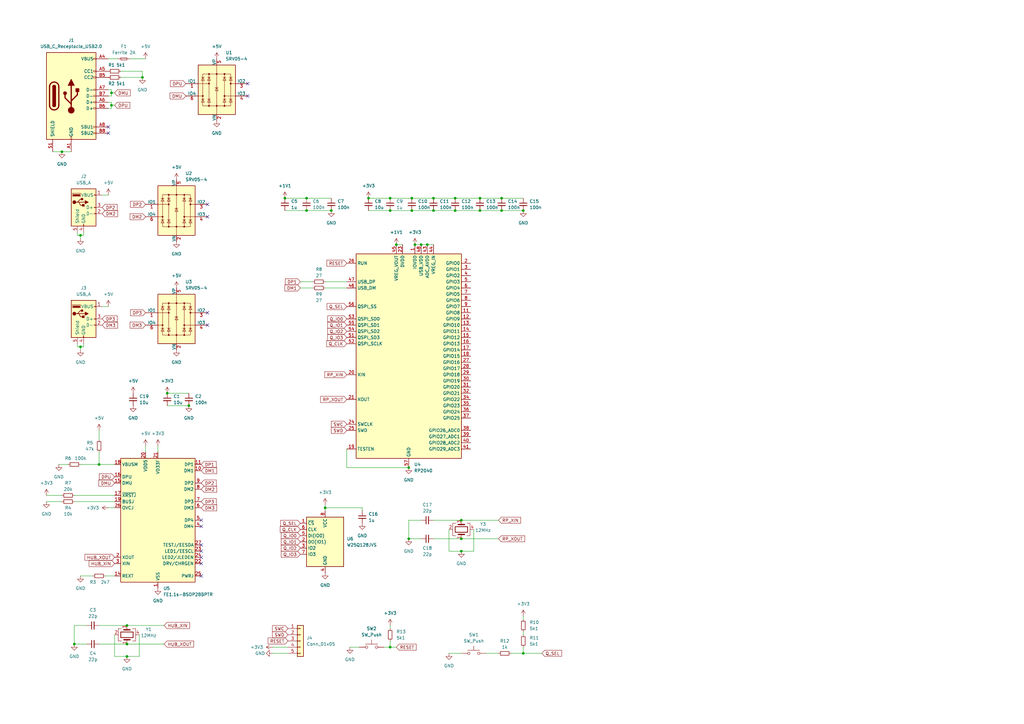
<source format=kicad_sch>
(kicad_sch (version 20230121) (generator eeschema)
  (paper "A3")
  (lib_symbols
    (symbol "Connector:USB_A" (pin_names (offset 1.016))
      (property "Reference" "J" (at -5.08 11.43 0))
      (property "Value" "USB_A" (at -5.08 8.89 0))
      (symbol "USB_A_0_1"
        (rectangle (start -5.08 -7.62) (end 5.08 7.62) (stroke (width 0.254)) (fill (type background)))
        (circle (center -3.81 2.159) (radius 0.635) (stroke (width 0.254)) (fill (type outline)))
        (rectangle (start -1.524 4.826) (end -4.318 5.334) (fill (type outline)))
        (rectangle (start -1.27 4.572) (end -4.572 5.842))
        (circle (center -0.635 3.429) (radius 0.381) (stroke (width 0.254)) (fill (type outline)))
        (rectangle (start -0.127 -7.62) (end 0.127 -6.858))
        (polyline (pts (xy -3.175 2.159) (xy -2.54 2.159) (xy -1.27 3.429) (xy -0.635 3.429)) (stroke (width 0.254)))
        (polyline (pts (xy -2.54 2.159) (xy -1.905 2.159) (xy -1.27 0.889) (xy 0 0.889)) (stroke (width 0.254)))
        (polyline (pts (xy 0.635 2.794) (xy 0.635 1.524) (xy 1.905 2.159) (xy 0.635 2.794)) (stroke (width 0.254)) (fill (type outline)))
        (rectangle (start 0.254 1.27) (end -0.508 0.508) (stroke (width 0.254)) (fill (type outline)))
        (rectangle (start 5.08 -2.667) (end 4.318 -2.413))
        (rectangle (start 5.08 -0.127) (end 4.318 0.127))
        (rectangle (start 5.08 4.953) (end 4.318 5.207))
      )
      (symbol "USB_A_1_1"
        (polyline (pts (xy -1.905 2.159) (xy 0.635 2.159)) (stroke (width 0.254)))
        (pin power_in line (at 7.62 5.08 180) (length 2.54) (name "VBUS") (number "1"))
        (pin bidirectional line (at 7.62 -2.54 180) (length 2.54) (name "D-") (number "2"))
        (pin bidirectional line (at 7.62 0 180) (length 2.54) (name "D+") (number "3"))
        (pin power_in line (at 0 -10.16 90) (length 2.54) (name "GND") (number "4"))
        (pin passive line (at -2.54 -10.16 90) (length 2.54) (name "Shield") (number "5"))
      )
    )
    (symbol "Connector:USB_C_Receptacle_USB2.0" (pin_names (offset 1.016))
      (property "Reference" "J" (at -10.16 19.05 0))
      (property "Value" "USB_C_Receptacle_USB2.0" (at 19.05 19.05 0))
      (symbol "USB_C_Receptacle_USB2.0_0_0"
        (rectangle (start -0.254 -17.78) (end 0.254 -16.764))
        (rectangle (start 10.16 -14.986) (end 9.144 -15.494))
        (rectangle (start 10.16 -12.446) (end 9.144 -12.954))
        (rectangle (start 10.16 -4.826) (end 9.144 -5.334))
        (rectangle (start 10.16 -2.286) (end 9.144 -2.794))
        (rectangle (start 10.16 0.254) (end 9.144 -0.254))
        (rectangle (start 10.16 2.794) (end 9.144 2.286))
        (rectangle (start 10.16 7.874) (end 9.144 7.366))
        (rectangle (start 10.16 10.414) (end 9.144 9.906))
        (rectangle (start 10.16 15.494) (end 9.144 14.986))
      )
      (symbol "USB_C_Receptacle_USB2.0_0_1"
        (rectangle (start -10.16 17.78) (end 10.16 -17.78) (stroke (width 0.254)) (fill (type background)))
        (arc (start -8.89 -3.81) (mid -6.985 -5.7067) (end -5.08 -3.81) (stroke (width 0.508)))
        (arc (start -7.62 -3.81) (mid -6.985 -4.4423) (end -6.35 -3.81) (stroke (width 0.254)))
        (arc (start -7.62 -3.81) (mid -6.985 -4.4423) (end -6.35 -3.81) (stroke (width 0.254)) (fill (type outline)))
        (rectangle (start -7.62 -3.81) (end -6.35 3.81) (stroke (width 0.254)) (fill (type outline)))
        (arc (start -6.35 3.81) (mid -6.985 4.4423) (end -7.62 3.81) (stroke (width 0.254)))
        (arc (start -6.35 3.81) (mid -6.985 4.4423) (end -7.62 3.81) (stroke (width 0.254)) (fill (type outline)))
        (arc (start -5.08 3.81) (mid -6.985 5.7067) (end -8.89 3.81) (stroke (width 0.508)))
        (circle (center -2.54 1.143) (radius 0.635) (stroke (width 0.254)) (fill (type outline)))
        (circle (center 0 -5.842) (radius 1.27) (fill (type outline)))
        (polyline (pts (xy -8.89 -3.81) (xy -8.89 3.81)) (stroke (width 0.508)))
        (polyline (pts (xy -5.08 3.81) (xy -5.08 -3.81)) (stroke (width 0.508)))
        (polyline (pts (xy 0 -5.842) (xy 0 4.318)) (stroke (width 0.508)))
        (polyline (pts (xy 0 -3.302) (xy -2.54 -0.762) (xy -2.54 0.508)) (stroke (width 0.508)))
        (polyline (pts (xy 0 -2.032) (xy 2.54 0.508) (xy 2.54 1.778)) (stroke (width 0.508)))
        (polyline (pts (xy -1.27 4.318) (xy 0 6.858) (xy 1.27 4.318) (xy -1.27 4.318)) (stroke (width 0.254)) (fill (type outline)))
        (rectangle (start 1.905 1.778) (end 3.175 3.048) (stroke (width 0.254)) (fill (type outline)))
      )
      (symbol "USB_C_Receptacle_USB2.0_1_1"
        (pin passive line (at 0 -22.86 90) (length 5.08) (name "GND") (number "A1"))
        (pin passive line (at 0 -22.86 90) (length 5.08) hide (name "GND") (number "A12"))
        (pin passive line (at 15.24 15.24 180) (length 5.08) (name "VBUS") (number "A4"))
        (pin bidirectional line (at 15.24 10.16 180) (length 5.08) (name "CC1") (number "A5"))
        (pin bidirectional line (at 15.24 -2.54 180) (length 5.08) (name "D+") (number "A6"))
        (pin bidirectional line (at 15.24 2.54 180) (length 5.08) (name "D-") (number "A7"))
        (pin bidirectional line (at 15.24 -12.7 180) (length 5.08) (name "SBU1") (number "A8"))
        (pin passive line (at 15.24 15.24 180) (length 5.08) hide (name "VBUS") (number "A9"))
        (pin passive line (at 0 -22.86 90) (length 5.08) hide (name "GND") (number "B1"))
        (pin passive line (at 0 -22.86 90) (length 5.08) hide (name "GND") (number "B12"))
        (pin passive line (at 15.24 15.24 180) (length 5.08) hide (name "VBUS") (number "B4"))
        (pin bidirectional line (at 15.24 7.62 180) (length 5.08) (name "CC2") (number "B5"))
        (pin bidirectional line (at 15.24 -5.08 180) (length 5.08) (name "D+") (number "B6"))
        (pin bidirectional line (at 15.24 0 180) (length 5.08) (name "D-") (number "B7"))
        (pin bidirectional line (at 15.24 -15.24 180) (length 5.08) (name "SBU2") (number "B8"))
        (pin passive line (at 15.24 15.24 180) (length 5.08) hide (name "VBUS") (number "B9"))
        (pin passive line (at -7.62 -22.86 90) (length 5.08) (name "SHIELD") (number "S1"))
      )
    )
    (symbol "Connector_Generic:Conn_01x05" (pin_names (offset 1.016) hide)
      (property "Reference" "J" (at 0 7.62 0))
      (property "Value" "Conn_01x05" (at 0 -7.62 0))
      (symbol "Conn_01x05_1_1"
        (rectangle (start -1.27 -4.953) (end 0 -5.207) (stroke (width 0.1524)))
        (rectangle (start -1.27 -2.413) (end 0 -2.667) (stroke (width 0.1524)))
        (rectangle (start -1.27 0.127) (end 0 -0.127) (stroke (width 0.1524)))
        (rectangle (start -1.27 2.667) (end 0 2.413) (stroke (width 0.1524)))
        (rectangle (start -1.27 5.207) (end 0 4.953) (stroke (width 0.1524)))
        (rectangle (start -1.27 6.35) (end 1.27 -6.35) (stroke (width 0.254)) (fill (type background)))
        (pin passive line (at -5.08 5.08 0) (length 3.81) (name "Pin_1") (number "1"))
        (pin passive line (at -5.08 2.54 0) (length 3.81) (name "Pin_2") (number "2"))
        (pin passive line (at -5.08 0 0) (length 3.81) (name "Pin_3") (number "3"))
        (pin passive line (at -5.08 -2.54 0) (length 3.81) (name "Pin_4") (number "4"))
        (pin passive line (at -5.08 -5.08 0) (length 3.81) (name "Pin_5") (number "5"))
      )
    )
    (symbol "Custom:FE1.1s-BSOP28BPTR"
      (property "Reference" "U" (at -11.43 26.67 0))
      (property "Value" "FE1.1s-BSOP28BPTR" (at 12.7 27.94 0))
      (symbol "FE1.1s-BSOP28BPTR_0_1"
        (rectangle (start -15.24 25.4) (end 15.24 -25.4) (stroke (width 0.254)) (fill (type background)))
      )
      (symbol "FE1.1s-BSOP28BPTR_1_1"
        (pin power_in line (at 0 -27.94 90) (length 2.54) (name "VSS") (number "1"))
        (pin bidirectional line (at 17.78 20.32 180) (length 2.54) (name "DM1") (number "10"))
        (pin bidirectional line (at 17.78 22.86 180) (length 2.54) (name "DP1") (number "11"))
        (pin passive line (at -17.78 -22.86 0) (length 2.54) (name "REXT") (number "14"))
        (pin bidirectional line (at -17.78 15.24 0) (length 2.54) (name "DMU") (number "15"))
        (pin bidirectional line (at -17.78 17.78 0) (length 2.54) (name "DPU") (number "16"))
        (pin input line (at -17.78 10.16 0) (length 2.54) (name "~{XRSTJ}") (number "17"))
        (pin input line (at -17.78 22.86 0) (length 2.54) (name "VBUSM") (number "18"))
        (pin input line (at -17.78 7.62 0) (length 2.54) (name "BUSJ") (number "19"))
        (pin output line (at -17.78 -15.24 0) (length 2.54) (name "XOUT") (number "2"))
        (pin power_in line (at -5.08 27.94 270) (length 2.54) (name "VDD5") (number "20"))
        (pin power_out line (at 0 27.94 270) (length 2.54) (name "VD33F") (number "21"))
        (pin bidirectional line (at 17.78 -17.78 180) (length 2.54) (name "DRV/CHRGEN") (number "22"))
        (pin bidirectional line (at 17.78 -12.7 180) (length 2.54) (name "LED1/EESCL") (number "23"))
        (pin bidirectional line (at 17.78 -15.24 180) (length 2.54) (name "LED2/JLEDEN") (number "24"))
        (pin output line (at 17.78 -22.86 180) (length 2.54) (name "PWRJ") (number "25"))
        (pin input line (at -17.78 5.08 0) (length 2.54) (name "OVCJ") (number "26"))
        (pin bidirectional line (at 17.78 -10.16 180) (length 2.54) (name "TESTJ/EESDA") (number "27"))
        (pin input line (at -17.78 -17.78 0) (length 2.54) (name "XIN") (number "3"))
        (pin bidirectional line (at 17.78 -2.54 180) (length 2.54) (name "DM4") (number "4"))
        (pin bidirectional line (at 17.78 0 180) (length 2.54) (name "DP4") (number "5"))
        (pin bidirectional line (at 17.78 5.08 180) (length 2.54) (name "DM3") (number "6"))
        (pin bidirectional line (at 17.78 7.62 180) (length 2.54) (name "DP3") (number "7"))
        (pin bidirectional line (at 17.78 12.7 180) (length 2.54) (name "DM2") (number "8"))
        (pin bidirectional line (at 17.78 15.24 180) (length 2.54) (name "DP2") (number "9"))
      )
    )
    (symbol "Device:C_Small" (pin_numbers hide) (pin_names (offset 0.254) hide)
      (property "Reference" "C" (at 0.254 1.778 0))
      (property "Value" "C_Small" (at 0.254 -2.032 0))
      (symbol "C_Small_0_1"
        (polyline (pts (xy -1.524 -0.508) (xy 1.524 -0.508)) (stroke (width 0.3302)))
        (polyline (pts (xy -1.524 0.508) (xy 1.524 0.508)) (stroke (width 0.3048)))
      )
      (symbol "C_Small_1_1"
        (pin passive line (at 0 2.54 270) (length 2.032) (name "~") (number "1"))
        (pin passive line (at 0 -2.54 90) (length 2.032) (name "~") (number "2"))
      )
    )
    (symbol "Device:Crystal_GND24" (pin_names (offset 1.016) hide)
      (property "Reference" "Y" (at 3.175 5.08 0))
      (property "Value" "Crystal_GND24" (at 3.175 3.175 0))
      (symbol "Crystal_GND24_0_1"
        (rectangle (start -1.143 2.54) (end 1.143 -2.54) (stroke (width 0.3048)))
        (polyline (pts (xy -2.54 0) (xy -2.032 0)))
        (polyline (pts (xy -2.032 -1.27) (xy -2.032 1.27)) (stroke (width 0.508)))
        (polyline (pts (xy 0 -3.81) (xy 0 -3.556)))
        (polyline (pts (xy 0 3.556) (xy 0 3.81)))
        (polyline (pts (xy 2.032 -1.27) (xy 2.032 1.27)) (stroke (width 0.508)))
        (polyline (pts (xy 2.032 0) (xy 2.54 0)))
        (polyline (pts (xy -2.54 -2.286) (xy -2.54 -3.556) (xy 2.54 -3.556) (xy 2.54 -2.286)))
        (polyline (pts (xy -2.54 2.286) (xy -2.54 3.556) (xy 2.54 3.556) (xy 2.54 2.286)))
      )
      (symbol "Crystal_GND24_1_1"
        (pin passive line (at -3.81 0 0) (length 1.27) (name "1") (number "1"))
        (pin passive line (at 0 5.08 270) (length 1.27) (name "2") (number "2"))
        (pin passive line (at 3.81 0 180) (length 1.27) (name "3") (number "3"))
        (pin passive line (at 0 -5.08 90) (length 1.27) (name "4") (number "4"))
      )
    )
    (symbol "Device:Fuse_Small" (pin_numbers hide) (pin_names (offset 0.254) hide)
      (property "Reference" "F" (at 0 -1.524 0))
      (property "Value" "Fuse_Small" (at 0 1.524 0))
      (symbol "Fuse_Small_0_1"
        (rectangle (start -1.27 0.508) (end 1.27 -0.508))
        (polyline (pts (xy -1.27 0) (xy 1.27 0)))
      )
      (symbol "Fuse_Small_1_1"
        (pin passive line (at -2.54 0 0) (length 1.27) (name "~") (number "1"))
        (pin passive line (at 2.54 0 180) (length 1.27) (name "~") (number "2"))
      )
    )
    (symbol "Device:R_Small" (pin_numbers hide) (pin_names (offset 0.254) hide)
      (property "Reference" "R" (at 0.762 0.508 0))
      (property "Value" "R_Small" (at 0.762 -1.016 0))
      (symbol "R_Small_0_1"
        (rectangle (start -0.762 1.778) (end 0.762 -1.778) (stroke (width 0.2032)))
      )
      (symbol "R_Small_1_1"
        (pin passive line (at 0 2.54 270) (length 0.762) (name "~") (number "1"))
        (pin passive line (at 0 -2.54 90) (length 0.762) (name "~") (number "2"))
      )
    )
    (symbol "MCU_RaspberryPi:RP2040"
      (property "Reference" "U" (at 17.78 45.72 0))
      (property "Value" "RP2040" (at 17.78 43.18 0))
      (symbol "RP2040_0_1"
        (rectangle (start -21.59 41.91) (end 21.59 -41.91) (stroke (width 0.254)) (fill (type background)))
      )
      (symbol "RP2040_1_1"
        (pin power_in line (at 2.54 45.72 270) (length 3.81) (name "IOVDD") (number "1"))
        (pin passive line (at 2.54 45.72 270) (length 3.81) hide (name "IOVDD") (number "10"))
        (pin bidirectional line (at 25.4 17.78 180) (length 3.81) (name "GPIO8") (number "11"))
        (pin bidirectional line (at 25.4 15.24 180) (length 3.81) (name "GPIO9") (number "12"))
        (pin bidirectional line (at 25.4 12.7 180) (length 3.81) (name "GPIO10") (number "13"))
        (pin bidirectional line (at 25.4 10.16 180) (length 3.81) (name "GPIO11") (number "14"))
        (pin bidirectional line (at 25.4 7.62 180) (length 3.81) (name "GPIO12") (number "15"))
        (pin bidirectional line (at 25.4 5.08 180) (length 3.81) (name "GPIO13") (number "16"))
        (pin bidirectional line (at 25.4 2.54 180) (length 3.81) (name "GPIO14") (number "17"))
        (pin bidirectional line (at 25.4 0 180) (length 3.81) (name "GPIO15") (number "18"))
        (pin input line (at -25.4 -38.1 0) (length 3.81) (name "TESTEN") (number "19"))
        (pin bidirectional line (at 25.4 38.1 180) (length 3.81) (name "GPIO0") (number "2"))
        (pin input line (at -25.4 -7.62 0) (length 3.81) (name "XIN") (number "20"))
        (pin passive line (at -25.4 -17.78 0) (length 3.81) (name "XOUT") (number "21"))
        (pin passive line (at 2.54 45.72 270) (length 3.81) hide (name "IOVDD") (number "22"))
        (pin power_in line (at -2.54 45.72 270) (length 3.81) (name "DVDD") (number "23"))
        (pin input line (at -25.4 -27.94 0) (length 3.81) (name "SWCLK") (number "24"))
        (pin bidirectional line (at -25.4 -30.48 0) (length 3.81) (name "SWD") (number "25"))
        (pin input line (at -25.4 38.1 0) (length 3.81) (name "RUN") (number "26"))
        (pin bidirectional line (at 25.4 -2.54 180) (length 3.81) (name "GPIO16") (number "27"))
        (pin bidirectional line (at 25.4 -5.08 180) (length 3.81) (name "GPIO17") (number "28"))
        (pin bidirectional line (at 25.4 -7.62 180) (length 3.81) (name "GPIO18") (number "29"))
        (pin bidirectional line (at 25.4 35.56 180) (length 3.81) (name "GPIO1") (number "3"))
        (pin bidirectional line (at 25.4 -10.16 180) (length 3.81) (name "GPIO19") (number "30"))
        (pin bidirectional line (at 25.4 -12.7 180) (length 3.81) (name "GPIO20") (number "31"))
        (pin bidirectional line (at 25.4 -15.24 180) (length 3.81) (name "GPIO21") (number "32"))
        (pin passive line (at 2.54 45.72 270) (length 3.81) hide (name "IOVDD") (number "33"))
        (pin bidirectional line (at 25.4 -17.78 180) (length 3.81) (name "GPIO22") (number "34"))
        (pin bidirectional line (at 25.4 -20.32 180) (length 3.81) (name "GPIO23") (number "35"))
        (pin bidirectional line (at 25.4 -22.86 180) (length 3.81) (name "GPIO24") (number "36"))
        (pin bidirectional line (at 25.4 -25.4 180) (length 3.81) (name "GPIO25") (number "37"))
        (pin bidirectional line (at 25.4 -30.48 180) (length 3.81) (name "GPIO26_ADC0") (number "38"))
        (pin bidirectional line (at 25.4 -33.02 180) (length 3.81) (name "GPIO27_ADC1") (number "39"))
        (pin bidirectional line (at 25.4 33.02 180) (length 3.81) (name "GPIO2") (number "4"))
        (pin bidirectional line (at 25.4 -35.56 180) (length 3.81) (name "GPIO28_ADC2") (number "40"))
        (pin bidirectional line (at 25.4 -38.1 180) (length 3.81) (name "GPIO29_ADC3") (number "41"))
        (pin passive line (at 2.54 45.72 270) (length 3.81) hide (name "IOVDD") (number "42"))
        (pin power_in line (at 7.62 45.72 270) (length 3.81) (name "ADC_AVDD") (number "43"))
        (pin power_in line (at 10.16 45.72 270) (length 3.81) (name "VREG_IN") (number "44"))
        (pin power_out line (at -5.08 45.72 270) (length 3.81) (name "VREG_VOUT") (number "45"))
        (pin bidirectional line (at -25.4 27.94 0) (length 3.81) (name "USB_DM") (number "46"))
        (pin bidirectional line (at -25.4 30.48 0) (length 3.81) (name "USB_DP") (number "47"))
        (pin power_in line (at 5.08 45.72 270) (length 3.81) (name "USB_VDD") (number "48"))
        (pin passive line (at 2.54 45.72 270) (length 3.81) hide (name "IOVDD") (number "49"))
        (pin bidirectional line (at 25.4 30.48 180) (length 3.81) (name "GPIO3") (number "5"))
        (pin passive line (at -2.54 45.72 270) (length 3.81) hide (name "DVDD") (number "50"))
        (pin bidirectional line (at -25.4 7.62 0) (length 3.81) (name "QSPI_SD3") (number "51"))
        (pin output line (at -25.4 5.08 0) (length 3.81) (name "QSPI_SCLK") (number "52"))
        (pin bidirectional line (at -25.4 15.24 0) (length 3.81) (name "QSPI_SD0") (number "53"))
        (pin bidirectional line (at -25.4 10.16 0) (length 3.81) (name "QSPI_SD2") (number "54"))
        (pin bidirectional line (at -25.4 12.7 0) (length 3.81) (name "QSPI_SD1") (number "55"))
        (pin bidirectional line (at -25.4 20.32 0) (length 3.81) (name "QSPI_SS") (number "56"))
        (pin power_in line (at 0 -45.72 90) (length 3.81) (name "GND") (number "57"))
        (pin bidirectional line (at 25.4 27.94 180) (length 3.81) (name "GPIO4") (number "6"))
        (pin bidirectional line (at 25.4 25.4 180) (length 3.81) (name "GPIO5") (number "7"))
        (pin bidirectional line (at 25.4 22.86 180) (length 3.81) (name "GPIO6") (number "8"))
        (pin bidirectional line (at 25.4 20.32 180) (length 3.81) (name "GPIO7") (number "9"))
      )
    )
    (symbol "Memory_Flash:W25Q128JVS"
      (property "Reference" "U" (at -8.89 8.89 0))
      (property "Value" "W25Q128JVS" (at 7.62 8.89 0))
      (symbol "W25Q128JVS_0_1"
        (rectangle (start -7.62 10.16) (end 7.62 -10.16) (stroke (width 0.254)) (fill (type background)))
      )
      (symbol "W25Q128JVS_1_1"
        (pin input line (at -10.16 7.62 0) (length 2.54) (name "~{CS}") (number "1"))
        (pin bidirectional line (at -10.16 0 0) (length 2.54) (name "DO(IO1)") (number "2"))
        (pin bidirectional line (at -10.16 -2.54 0) (length 2.54) (name "IO2") (number "3"))
        (pin power_in line (at 0 -12.7 90) (length 2.54) (name "GND") (number "4"))
        (pin bidirectional line (at -10.16 2.54 0) (length 2.54) (name "DI(IO0)") (number "5"))
        (pin input line (at -10.16 5.08 0) (length 2.54) (name "CLK") (number "6"))
        (pin bidirectional line (at -10.16 -5.08 0) (length 2.54) (name "IO3") (number "7"))
        (pin power_in line (at 0 12.7 270) (length 2.54) (name "VCC") (number "8"))
      )
    )
    (symbol "PCM_marbastlib-various:SRV05-4" (pin_names (offset 0))
      (property "Reference" "U" (at -5.08 11.43 0))
      (property "Value" "SRV05-4" (at 2.54 11.43 0))
      (symbol "SRV05-4_0_0"
        (rectangle (start -5.715 6.477) (end 5.715 -6.604))
        (polyline (pts (xy -3.175 -6.604) (xy -3.175 6.477)))
        (polyline (pts (xy 3.175 6.477) (xy 3.175 -6.604)))
      )
      (symbol "SRV05-4_0_1"
        (rectangle (start -7.62 10.16) (end 7.62 -10.16) (stroke (width 0.254)) (fill (type background)))
        (circle (center -5.715 -2.54) (radius 0.2794) (fill (type outline)))
        (circle (center -3.175 -6.604) (radius 0.2794) (fill (type outline)))
        (circle (center -3.175 2.54) (radius 0.2794) (fill (type outline)))
        (circle (center -3.175 6.477) (radius 0.2794) (fill (type outline)))
        (circle (center 0 -6.604) (radius 0.2794) (fill (type outline)))
        (polyline (pts (xy -7.747 2.54) (xy -3.175 2.54)))
        (polyline (pts (xy -7.62 -2.54) (xy -5.715 -2.54)))
        (polyline (pts (xy -5.08 -3.81) (xy -6.35 -3.81)))
        (polyline (pts (xy -5.08 5.08) (xy -6.35 5.08)))
        (polyline (pts (xy -2.54 -3.81) (xy -3.81 -3.81)))
        (polyline (pts (xy -2.54 5.08) (xy -3.81 5.08)))
        (polyline (pts (xy 0 10.16) (xy 0 -10.16)))
        (polyline (pts (xy 3.81 -3.81) (xy 2.54 -3.81)))
        (polyline (pts (xy 3.81 5.08) (xy 2.54 5.08)))
        (polyline (pts (xy 6.35 -3.81) (xy 5.08 -3.81)))
        (polyline (pts (xy 6.35 5.08) (xy 5.08 5.08)))
        (polyline (pts (xy 7.62 -2.54) (xy 3.175 -2.54)))
        (polyline (pts (xy 7.62 2.54) (xy 5.715 2.54)))
        (polyline (pts (xy 0.635 0.889) (xy -0.635 0.889) (xy -0.635 0.635)))
        (polyline (pts (xy -5.08 -5.08) (xy -6.35 -5.08) (xy -5.715 -3.81) (xy -5.08 -5.08)))
        (polyline (pts (xy -5.08 3.81) (xy -6.35 3.81) (xy -5.715 5.08) (xy -5.08 3.81)))
        (polyline (pts (xy -2.54 -5.08) (xy -3.81 -5.08) (xy -3.175 -3.81) (xy -2.54 -5.08)))
        (polyline (pts (xy -2.54 3.81) (xy -3.81 3.81) (xy -3.175 5.08) (xy -2.54 3.81)))
        (polyline (pts (xy 0.635 -0.381) (xy -0.635 -0.381) (xy 0 0.889) (xy 0.635 -0.381)))
        (polyline (pts (xy 3.81 -5.08) (xy 2.54 -5.08) (xy 3.175 -3.81) (xy 3.81 -5.08)))
        (polyline (pts (xy 3.81 3.81) (xy 2.54 3.81) (xy 3.175 5.08) (xy 3.81 3.81)))
        (polyline (pts (xy 6.35 -5.08) (xy 5.08 -5.08) (xy 5.715 -3.81) (xy 6.35 -5.08)))
        (polyline (pts (xy 6.35 3.81) (xy 5.08 3.81) (xy 5.715 5.08) (xy 6.35 3.81)))
        (circle (center 0 6.477) (radius 0.2794) (fill (type outline)))
        (circle (center 3.175 -6.604) (radius 0.2794) (fill (type outline)))
        (circle (center 3.175 -2.54) (radius 0.2794) (fill (type outline)))
        (circle (center 3.175 6.477) (radius 0.2794) (fill (type outline)))
        (circle (center 5.715 2.54) (radius 0.2794) (fill (type outline)))
      )
      (symbol "SRV05-4_1_1"
        (pin passive line (at -12.7 2.54 0) (length 5.08) (name "IO1") (number "1"))
        (pin passive line (at 0 -12.7 90) (length 2.54) (name "VN") (number "2"))
        (pin passive line (at 12.7 2.54 180) (length 5.08) (name "IO2") (number "3"))
        (pin passive line (at 12.7 -2.54 180) (length 5.08) (name "IO3") (number "4"))
        (pin passive line (at 0 12.7 270) (length 2.54) (name "VP") (number "5"))
        (pin passive line (at -12.7 -2.54 0) (length 5.08) (name "IO4") (number "6"))
      )
    )
    (symbol "Switch:SW_Push" (pin_numbers hide) (pin_names (offset 1.016) hide)
      (property "Reference" "SW" (at 1.27 2.54 0))
      (property "Value" "SW_Push" (at 0 -1.524 0))
      (symbol "SW_Push_0_1"
        (circle (center -2.032 0) (radius 0.508))
        (polyline (pts (xy 0 1.27) (xy 0 3.048)))
        (polyline (pts (xy 2.54 1.27) (xy -2.54 1.27)))
        (circle (center 2.032 0) (radius 0.508))
        (pin passive line (at -5.08 0 0) (length 2.54) (name "1") (number "1"))
        (pin passive line (at 5.08 0 180) (length 2.54) (name "2") (number "2"))
      )
    )
    (symbol "power:+1V1" (power) (pin_names (offset 0))
      (property "Value" "+1V1" (at 0 3.556 0))
      (symbol "+1V1_0_1"
        (polyline (pts (xy -0.762 1.27) (xy 0 2.54)))
        (polyline (pts (xy 0 0) (xy 0 2.54)))
        (polyline (pts (xy 0 2.54) (xy 0.762 1.27)))
      )
      (symbol "+1V1_1_1"
        (pin power_in line (at 0 0 90) (length 0) hide (name "+1V1") (number "1"))
      )
    )
    (symbol "power:+3V3" (power) (pin_names (offset 0))
      (property "Value" "+3V3" (at 0 3.556 0))
      (symbol "+3V3_0_1"
        (polyline (pts (xy -0.762 1.27) (xy 0 2.54)))
        (polyline (pts (xy 0 0) (xy 0 2.54)))
        (polyline (pts (xy 0 2.54) (xy 0.762 1.27)))
      )
      (symbol "+3V3_1_1"
        (pin power_in line (at 0 0 90) (length 0) hide (name "+3V3") (number "1"))
      )
    )
    (symbol "power:+5V" (power) (pin_names (offset 0))
      (property "Value" "+5V" (at 0 3.556 0))
      (symbol "+5V_0_1"
        (polyline (pts (xy -0.762 1.27) (xy 0 2.54)))
        (polyline (pts (xy 0 0) (xy 0 2.54)))
        (polyline (pts (xy 0 2.54) (xy 0.762 1.27)))
      )
      (symbol "+5V_1_1"
        (pin power_in line (at 0 0 90) (length 0) hide (name "+5V") (number "1"))
      )
    )
    (symbol "power:GND" (power) (pin_names (offset 0))
      (property "Value" "GND" (at 0 -3.81 0))
      (symbol "GND_0_1"
        (polyline (pts (xy 0 0) (xy 0 -1.27) (xy 1.27 -1.27) (xy 0 -2.54) (xy -1.27 -1.27) (xy 0 -1.27)))
      )
      (symbol "GND_1_1"
        (pin power_in line (at 0 0 270) (length 0) hide (name "GND") (number "1"))
      )
    )
  )
  (junction (at 125.73 81.28))
  (junction (at 33.02 142.24))
  (junction (at 52.07 264.16))
  (junction (at 151.13 81.28))
  (junction (at 45.72 38.1))
  (junction (at 125.73 86.36))
  (junction (at 189.23 220.98))
  (junction (at 52.07 256.54))
  (junction (at 52.07 269.24))
  (junction (at 189.23 226.06))
  (junction (at 160.02 265.43))
  (junction (at 160.02 86.36))
  (junction (at 189.23 213.36))
  (junction (at 214.63 267.97))
  (junction (at 116.84 81.28))
  (junction (at 186.69 81.28))
  (junction (at 177.8 86.36))
  (junction (at 167.64 220.98))
  (junction (at 135.89 86.36))
  (junction (at 170.18 100.33))
  (junction (at 40.64 190.5))
  (junction (at 205.74 81.28))
  (junction (at 167.64 191.77))
  (junction (at 162.56 100.33))
  (junction (at 196.85 86.36))
  (junction (at 205.74 86.36))
  (junction (at 68.58 161.29))
  (junction (at 172.72 100.33))
  (junction (at 30.48 264.16))
  (junction (at 186.69 86.36))
  (junction (at 196.85 81.28))
  (junction (at 58.42 31.75))
  (junction (at 168.91 81.28))
  (junction (at 77.47 166.37))
  (junction (at 214.63 86.36))
  (junction (at 160.02 81.28))
  (junction (at 25.4 62.23))
  (junction (at 175.26 100.33))
  (junction (at 33.02 96.52))
  (junction (at 168.91 86.36))
  (junction (at 177.8 81.28))
  (junction (at 45.72 43.18))
  (junction (at 133.35 208.28))
  (no_connect (at 101.6 34.29))
  (no_connect (at 44.45 54.61))
  (no_connect (at 82.55 213.36))
  (no_connect (at 82.55 215.9))
  (no_connect (at 85.09 128.27))
  (no_connect (at 82.55 228.6))
  (no_connect (at 85.09 83.82))
  (no_connect (at 82.55 223.52))
  (no_connect (at 44.45 52.07))
  (no_connect (at 101.6 39.37))
  (no_connect (at 82.55 236.22))
  (no_connect (at 82.55 231.14))
  (no_connect (at 85.09 88.9))
  (no_connect (at 82.55 226.06))
  (no_connect (at 85.09 133.35))
  (wire (pts (xy 214.63 265.43) (xy 214.63 267.97)))
  (wire (pts (xy 175.26 100.33) (xy 177.8 100.33)))
  (wire (pts (xy 177.8 81.28) (xy 186.69 81.28)))
  (wire (pts (xy 172.72 213.36) (xy 167.64 213.36)))
  (wire (pts (xy 133.35 208.28) (xy 133.35 209.55)))
  (wire (pts (xy 19.05 205.74) (xy 25.4 205.74)))
  (wire (pts (xy 49.53 31.75) (xy 58.42 31.75)))
  (wire (pts (xy 133.35 208.28) (xy 148.59 208.28)))
  (wire (pts (xy 44.45 80.01) (xy 41.91 80.01)))
  (wire (pts (xy 31.75 140.97) (xy 31.75 142.24)))
  (wire (pts (xy 160.02 86.36) (xy 168.91 86.36)))
  (wire (pts (xy 58.42 29.21) (xy 58.42 31.75)))
  (wire (pts (xy 167.64 213.36) (xy 167.64 220.98)))
  (wire (pts (xy 52.07 256.54) (xy 67.31 256.54)))
  (wire (pts (xy 133.35 118.11) (xy 142.24 118.11)))
  (wire (pts (xy 67.31 264.16) (xy 52.07 264.16)))
  (wire (pts (xy 157.48 265.43) (xy 160.02 265.43)))
  (wire (pts (xy 151.13 81.28) (xy 160.02 81.28)))
  (wire (pts (xy 45.72 41.91) (xy 45.72 43.18)))
  (wire (pts (xy 34.29 142.24) (xy 33.02 142.24)))
  (wire (pts (xy 45.72 44.45) (xy 45.72 43.18)))
  (wire (pts (xy 111.76 265.43) (xy 118.11 265.43)))
  (wire (pts (xy 177.8 86.36) (xy 186.69 86.36)))
  (wire (pts (xy 214.63 252.73) (xy 214.63 254)))
  (wire (pts (xy 125.73 81.28) (xy 135.89 81.28)))
  (wire (pts (xy 151.13 86.36) (xy 160.02 86.36)))
  (wire (pts (xy 209.55 267.97) (xy 214.63 267.97)))
  (wire (pts (xy 49.53 29.21) (xy 58.42 29.21)))
  (wire (pts (xy 31.75 95.25) (xy 31.75 96.52)))
  (wire (pts (xy 30.48 205.74) (xy 46.99 205.74)))
  (wire (pts (xy 214.63 267.97) (xy 222.25 267.97)))
  (wire (pts (xy 177.8 213.36) (xy 189.23 213.36)))
  (wire (pts (xy 170.18 100.33) (xy 172.72 100.33)))
  (wire (pts (xy 40.64 190.5) (xy 33.02 190.5)))
  (wire (pts (xy 168.91 86.36) (xy 177.8 86.36)))
  (wire (pts (xy 57.15 269.24) (xy 52.07 269.24)))
  (wire (pts (xy 48.26 24.13) (xy 44.45 24.13)))
  (wire (pts (xy 68.58 161.29) (xy 77.47 161.29)))
  (wire (pts (xy 133.35 115.57) (xy 142.24 115.57)))
  (wire (pts (xy 142.24 184.15) (xy 142.24 191.77)))
  (wire (pts (xy 196.85 86.36) (xy 205.74 86.36)))
  (wire (pts (xy 160.02 265.43) (xy 162.56 265.43)))
  (wire (pts (xy 177.8 220.98) (xy 189.23 220.98)))
  (wire (pts (xy 45.72 38.1) (xy 46.99 38.1)))
  (wire (pts (xy 30.48 264.16) (xy 35.56 264.16)))
  (wire (pts (xy 64.77 182.88) (xy 64.77 185.42)))
  (wire (pts (xy 143.51 265.43) (xy 147.32 265.43)))
  (wire (pts (xy 186.69 86.36) (xy 196.85 86.36)))
  (wire (pts (xy 57.15 260.35) (xy 57.15 269.24)))
  (wire (pts (xy 199.39 267.97) (xy 204.47 267.97)))
  (wire (pts (xy 35.56 256.54) (xy 30.48 256.54)))
  (wire (pts (xy 142.24 191.77) (xy 167.64 191.77)))
  (wire (pts (xy 45.72 36.83) (xy 45.72 38.1)))
  (wire (pts (xy 168.91 81.28) (xy 177.8 81.28)))
  (wire (pts (xy 44.45 44.45) (xy 45.72 44.45)))
  (wire (pts (xy 44.45 36.83) (xy 45.72 36.83)))
  (wire (pts (xy 33.02 142.24) (xy 33.02 143.51)))
  (wire (pts (xy 204.47 220.98) (xy 189.23 220.98)))
  (wire (pts (xy 40.64 264.16) (xy 52.07 264.16)))
  (wire (pts (xy 123.19 115.57) (xy 128.27 115.57)))
  (wire (pts (xy 148.59 208.28) (xy 148.59 209.55)))
  (wire (pts (xy 53.34 24.13) (xy 59.69 24.13)))
  (wire (pts (xy 184.15 226.06) (xy 189.23 226.06)))
  (wire (pts (xy 45.72 43.18) (xy 46.99 43.18)))
  (wire (pts (xy 194.31 217.17) (xy 194.31 226.06)))
  (wire (pts (xy 43.18 236.22) (xy 46.99 236.22)))
  (wire (pts (xy 44.45 41.91) (xy 45.72 41.91)))
  (wire (pts (xy 46.99 260.35) (xy 46.99 269.24)))
  (wire (pts (xy 116.84 81.28) (xy 125.73 81.28)))
  (wire (pts (xy 45.72 39.37) (xy 45.72 38.1)))
  (wire (pts (xy 125.73 86.36) (xy 135.89 86.36)))
  (wire (pts (xy 194.31 226.06) (xy 189.23 226.06)))
  (wire (pts (xy 116.84 86.36) (xy 125.73 86.36)))
  (wire (pts (xy 19.05 203.2) (xy 25.4 203.2)))
  (wire (pts (xy 30.48 256.54) (xy 30.48 264.16)))
  (wire (pts (xy 24.13 190.5) (xy 27.94 190.5)))
  (wire (pts (xy 34.29 96.52) (xy 33.02 96.52)))
  (wire (pts (xy 167.64 220.98) (xy 172.72 220.98)))
  (wire (pts (xy 214.63 259.08) (xy 214.63 260.35)))
  (wire (pts (xy 44.45 39.37) (xy 45.72 39.37)))
  (wire (pts (xy 133.35 208.28) (xy 133.35 207.01)))
  (wire (pts (xy 31.75 96.52) (xy 33.02 96.52)))
  (wire (pts (xy 30.48 203.2) (xy 46.99 203.2)))
  (wire (pts (xy 189.23 213.36) (xy 204.47 213.36)))
  (wire (pts (xy 111.76 267.97) (xy 118.11 267.97)))
  (wire (pts (xy 33.02 236.22) (xy 38.1 236.22)))
  (wire (pts (xy 25.4 62.23) (xy 29.21 62.23)))
  (wire (pts (xy 196.85 81.28) (xy 205.74 81.28)))
  (wire (pts (xy 40.64 256.54) (xy 52.07 256.54)))
  (wire (pts (xy 46.99 269.24) (xy 52.07 269.24)))
  (wire (pts (xy 33.02 96.52) (xy 33.02 97.79)))
  (wire (pts (xy 40.64 185.42) (xy 40.64 190.5)))
  (wire (pts (xy 184.15 267.97) (xy 189.23 267.97)))
  (wire (pts (xy 59.69 182.88) (xy 59.69 185.42)))
  (wire (pts (xy 160.02 262.89) (xy 160.02 265.43)))
  (wire (pts (xy 31.75 142.24) (xy 33.02 142.24)))
  (wire (pts (xy 205.74 81.28) (xy 214.63 81.28)))
  (wire (pts (xy 68.58 166.37) (xy 77.47 166.37)))
  (wire (pts (xy 44.45 208.28) (xy 46.99 208.28)))
  (wire (pts (xy 184.15 217.17) (xy 184.15 226.06)))
  (wire (pts (xy 44.45 125.73) (xy 41.91 125.73)))
  (wire (pts (xy 186.69 81.28) (xy 196.85 81.28)))
  (wire (pts (xy 160.02 81.28) (xy 168.91 81.28)))
  (wire (pts (xy 34.29 95.25) (xy 34.29 96.52)))
  (wire (pts (xy 46.99 190.5) (xy 40.64 190.5)))
  (wire (pts (xy 40.64 176.53) (xy 40.64 180.34)))
  (wire (pts (xy 34.29 140.97) (xy 34.29 142.24)))
  (wire (pts (xy 21.59 62.23) (xy 25.4 62.23)))
  (wire (pts (xy 123.19 118.11) (xy 128.27 118.11)))
  (wire (pts (xy 172.72 100.33) (xy 175.26 100.33)))
  (wire (pts (xy 160.02 256.54) (xy 160.02 257.81)))
  (wire (pts (xy 205.74 86.36) (xy 214.63 86.36)))
  (wire (pts (xy 162.56 100.33) (xy 165.1 100.33)))
  (global_label "DP3" (shape input) (at 59.69 128.27 180) (property "Intersheetrefs" "${INTERSHEET_REFS}" (effects hide)))
  (global_label "DM1" (shape input) (at 82.55 193.04 0) (property "Intersheetrefs" "${INTERSHEET_REFS}" (effects hide)))
  (global_label "DMU" (shape input) (at 76.2 39.37 180) (property "Intersheetrefs" "${INTERSHEET_REFS}" (effects hide)))
  (global_label "Q_IO3" (shape input) (at 123.19 227.33 180) (property "Intersheetrefs" "${INTERSHEET_REFS}" (effects hide)))
  (global_label "RESET" (shape input) (at 118.11 262.89 180) (property "Intersheetrefs" "${INTERSHEET_REFS}" (effects hide)))
  (global_label "DP3" (shape input) (at 82.55 205.74 0) (property "Intersheetrefs" "${INTERSHEET_REFS}" (effects hide)))
  (global_label "DP2" (shape input) (at 41.91 85.09 0) (property "Intersheetrefs" "${INTERSHEET_REFS}" (effects hide)))
  (global_label "Q_IO0" (shape input) (at 123.19 219.71 180) (property "Intersheetrefs" "${INTERSHEET_REFS}" (effects hide)))
  (global_label "RP_XOUT" (shape input) (at 142.24 163.83 180) (property "Intersheetrefs" "${INTERSHEET_REFS}" (effects hide)))
  (global_label "DP2" (shape input) (at 82.55 198.12 0) (property "Intersheetrefs" "${INTERSHEET_REFS}" (effects hide)))
  (global_label "DM2" (shape input) (at 41.91 87.63 0) (property "Intersheetrefs" "${INTERSHEET_REFS}" (effects hide)))
  (global_label "Q_IO0" (shape input) (at 142.24 130.81 180) (property "Intersheetrefs" "${INTERSHEET_REFS}" (effects hide)))
  (global_label "DP1" (shape input) (at 82.55 190.5 0) (property "Intersheetrefs" "${INTERSHEET_REFS}" (effects hide)))
  (global_label "HUB_XOUT" (shape input) (at 46.99 228.6 180) (property "Intersheetrefs" "${INTERSHEET_REFS}" (effects hide)))
  (global_label "Q_SEL" (shape input) (at 123.19 214.63 180) (property "Intersheetrefs" "${INTERSHEET_REFS}" (effects hide)))
  (global_label "DMU" (shape input) (at 46.99 198.12 180) (property "Intersheetrefs" "${INTERSHEET_REFS}" (effects hide)))
  (global_label "RESET" (shape input) (at 162.56 265.43 0) (property "Intersheetrefs" "${INTERSHEET_REFS}" (effects hide)))
  (global_label "DM3" (shape input) (at 59.69 133.35 180) (property "Intersheetrefs" "${INTERSHEET_REFS}" (effects hide)))
  (global_label "DM1" (shape input) (at 123.19 118.11 180) (property "Intersheetrefs" "${INTERSHEET_REFS}" (effects hide)))
  (global_label "Q_CLK" (shape input) (at 142.24 140.97 180) (property "Intersheetrefs" "${INTERSHEET_REFS}" (effects hide)))
  (global_label "HUB_XIN" (shape input) (at 67.31 256.54 0) (property "Intersheetrefs" "${INTERSHEET_REFS}" (effects hide)))
  (global_label "HUB_XIN" (shape input) (at 46.99 231.14 180) (property "Intersheetrefs" "${INTERSHEET_REFS}" (effects hide)))
  (global_label "Q_SEL" (shape input) (at 142.24 125.73 180) (property "Intersheetrefs" "${INTERSHEET_REFS}" (effects hide)))
  (global_label "DPU" (shape input) (at 46.99 43.18 0) (property "Intersheetrefs" "${INTERSHEET_REFS}" (effects hide)))
  (global_label "RP_XOUT" (shape input) (at 204.47 220.98 0) (property "Intersheetrefs" "${INTERSHEET_REFS}" (effects hide)))
  (global_label "Q_IO1" (shape input) (at 123.19 222.25 180) (property "Intersheetrefs" "${INTERSHEET_REFS}" (effects hide)))
  (global_label "DPU" (shape input) (at 46.99 195.58 180) (property "Intersheetrefs" "${INTERSHEET_REFS}" (effects hide)))
  (global_label "Q_IO2" (shape input) (at 142.24 135.89 180) (property "Intersheetrefs" "${INTERSHEET_REFS}" (effects hide)))
  (global_label "RP_XIN" (shape input) (at 204.47 213.36 0) (property "Intersheetrefs" "${INTERSHEET_REFS}" (effects hide)))
  (global_label "DM3" (shape input) (at 82.55 208.28 0) (property "Intersheetrefs" "${INTERSHEET_REFS}" (effects hide)))
  (global_label "Q_IO1" (shape input) (at 142.24 133.35 180) (property "Intersheetrefs" "${INTERSHEET_REFS}" (effects hide)))
  (global_label "DM2" (shape input) (at 82.55 200.66 0) (property "Intersheetrefs" "${INTERSHEET_REFS}" (effects hide)))
  (global_label "DM3" (shape input) (at 41.91 133.35 0) (property "Intersheetrefs" "${INTERSHEET_REFS}" (effects hide)))
  (global_label "Q_IO2" (shape input) (at 123.19 224.79 180) (property "Intersheetrefs" "${INTERSHEET_REFS}" (effects hide)))
  (global_label "HUB_XOUT" (shape input) (at 67.31 264.16 0) (property "Intersheetrefs" "${INTERSHEET_REFS}" (effects hide)))
  (global_label "SWD" (shape input) (at 142.24 176.53 180) (property "Intersheetrefs" "${INTERSHEET_REFS}" (effects hide)))
  (global_label "DP3" (shape input) (at 41.91 130.81 0) (property "Intersheetrefs" "${INTERSHEET_REFS}" (effects hide)))
  (global_label "RP_XIN" (shape input) (at 142.24 153.67 180) (property "Intersheetrefs" "${INTERSHEET_REFS}" (effects hide)))
  (global_label "Q_IO3" (shape input) (at 142.24 138.43 180) (property "Intersheetrefs" "${INTERSHEET_REFS}" (effects hide)))
  (global_label "DP2" (shape input) (at 59.69 83.82 180) (property "Intersheetrefs" "${INTERSHEET_REFS}" (effects hide)))
  (global_label "Q_SEL" (shape input) (at 222.25 267.97 0) (property "Intersheetrefs" "${INTERSHEET_REFS}" (effects hide)))
  (global_label "DP1" (shape input) (at 123.19 115.57 180) (property "Intersheetrefs" "${INTERSHEET_REFS}" (effects hide)))
  (global_label "Q_CLK" (shape input) (at 123.19 217.17 180) (property "Intersheetrefs" "${INTERSHEET_REFS}" (effects hide)))
  (global_label "SWD" (shape input) (at 118.11 260.35 180) (property "Intersheetrefs" "${INTERSHEET_REFS}" (effects hide)))
  (global_label "RESET" (shape input) (at 142.24 107.95 180) (property "Intersheetrefs" "${INTERSHEET_REFS}" (effects hide)))
  (global_label "DM2" (shape input) (at 59.69 88.9 180) (property "Intersheetrefs" "${INTERSHEET_REFS}" (effects hide)))
  (global_label "DMU" (shape input) (at 46.99 38.1 0) (property "Intersheetrefs" "${INTERSHEET_REFS}" (effects hide)))
  (global_label "SWC" (shape input) (at 142.24 173.99 180) (property "Intersheetrefs" "${INTERSHEET_REFS}" (effects hide)))
  (global_label "DPU" (shape input) (at 76.2 34.29 180) (property "Intersheetrefs" "${INTERSHEET_REFS}" (effects hide)))
  (global_label "SWC" (shape input) (at 118.11 257.81 180) (property "Intersheetrefs" "${INTERSHEET_REFS}" (effects hide)))
  (symbol (lib_id "power:+5V") (at 88.9 24.13 0) (unit 1)
    (property "Reference" "#PWR03" (effects hide))
    (property "Value" "+5V" (at 88.9 19.05 0))
  )
  (symbol (lib_id "power:GND") (at 52.07 269.24 0) (unit 1)
    (property "Reference" "#PWR025" (effects hide))
    (property "Value" "GND" (at 52.07 274.32 0))
  )
  (symbol (lib_id "power:GND") (at 72.39 143.51 0) (unit 1)
    (property "Reference" "#PWR014" (effects hide))
    (property "Value" "GND" (at 72.39 148.59 0))
  )
  (symbol (lib_id "power:+5V") (at 44.45 80.01 0) (unit 1)
    (property "Reference" "#PWR08" (effects hide))
    (property "Value" "+5V" (at 44.45 74.93 0))
  )
  (symbol (lib_id "PCM_marbastlib-various:SRV05-4") (at 72.39 86.36 0) (unit 1)
    (property "Reference" "U2" (at 76.0161 71.12 0) (effects (justify left)))
    (property "Value" "SRV05-4" (at 76.0161 73.66 0) (effects (justify left)))
    (property "Footprint" "PCM_marbastlib-various:SOT-23-6-routable" (effects hide))
    (property "Datasheet" "http://www.onsemi.com/pub/Collateral/SRV05-4-D.PDF" (effects hide))
  )
  (symbol (lib_id "power:GND") (at 72.39 99.06 0) (unit 1)
    (property "Reference" "#PWR010" (effects hide))
    (property "Value" "GND" (at 72.39 104.14 0))
  )
  (symbol (lib_id "Device:C_Small") (at 151.13 83.82 0) (unit 1)
    (property "Reference" "C8" (at 153.67 82.5563 0) (effects (justify left)))
    (property "Value" "10u" (at 153.67 85.0963 0) (effects (justify left)))
    (property "Footprint" "Capacitor_SMD:C_0603_1608Metric" (effects hide))
  )
  (symbol (lib_id "power:GND") (at 54.61 166.37 0) (unit 1)
    (property "Reference" "#PWR045" (effects hide))
    (property "Value" "GND" (at 54.61 171.45 0))
  )
  (symbol (lib_id "Device:C_Small") (at 135.89 83.82 0) (unit 1)
    (property "Reference" "C7" (at 138.43 82.5563 0) (effects (justify left)))
    (property "Value" "100n" (at 138.43 85.0963 0) (effects (justify left)))
    (property "Footprint" "Capacitor_SMD:C_0402_1005Metric" (effects hide))
  )
  (symbol (lib_id "PCM_marbastlib-various:SRV05-4") (at 72.39 130.81 0) (unit 1)
    (property "Reference" "U3" (at 76.0161 115.57 0) (effects (justify left)))
    (property "Value" "SRV05-4" (at 76.0161 118.11 0) (effects (justify left)))
    (property "Footprint" "PCM_marbastlib-various:SOT-23-6-routable" (effects hide))
    (property "Datasheet" "http://www.onsemi.com/pub/Collateral/SRV05-4-D.PDF" (effects hide))
  )
  (symbol (lib_id "Device:C_Small") (at 116.84 83.82 0) (unit 1)
    (property "Reference" "C5" (at 119.38 82.5563 0) (effects (justify left)))
    (property "Value" "1u" (at 119.38 85.0963 0) (effects (justify left)))
    (property "Footprint" "Capacitor_SMD:C_0402_1005Metric" (effects hide))
  )
  (symbol (lib_id "Device:C_Small") (at 186.69 83.82 0) (unit 1)
    (property "Reference" "C12" (at 189.23 82.5563 0) (effects (justify left)))
    (property "Value" "100n" (at 189.23 85.0963 0) (effects (justify left)))
    (property "Footprint" "Capacitor_SMD:C_0402_1005Metric" (effects hide))
  )
  (symbol (lib_id "power:+3V3") (at 214.63 252.73 0) (unit 1)
    (property "Reference" "#PWR034" (effects hide))
    (property "Value" "+3V3" (at 214.63 247.65 0))
  )
  (symbol (lib_id "Device:R_Small") (at 46.99 29.21 90) (unit 1)
    (property "Reference" "R1" (at 45.72 26.67 90))
    (property "Value" "5k1" (at 49.53 26.67 90))
  )
  (symbol (lib_id "Custom:FE1.1s-BSOP28BPTR") (at 64.77 213.36 0) (unit 1)
    (property "Reference" "U5" (at 66.9641 241.3 0) (effects (justify left)))
    (property "Value" "FE1.1s-BSOP28BPTR" (at 66.9641 243.84 0) (effects (justify left)))
    (property "Footprint" "Package_SO:SSOP-28_3.9x9.9mm_P0.635mm" (effects hide))
    (property "Datasheet" "https://datasheet.lcsc.com/lcsc/2305151458_Terminus-Tech-FE1-1S-BSOP28BPTR_C6706491.pdf" (effects hide))
  )
  (symbol (lib_id "power:GND") (at 25.4 62.23 0) (unit 1)
    (property "Reference" "#PWR06" (effects hide))
    (property "Value" "GND" (at 25.4 67.31 0))
  )
  (symbol (lib_id "Device:C_Small") (at 68.58 163.83 0) (unit 1)
    (property "Reference" "C1" (at 71.12 162.5663 0) (effects (justify left)))
    (property "Value" "10u" (at 71.12 165.1063 0) (effects (justify left)))
  )
  (symbol (lib_id "Device:R_Small") (at 130.81 115.57 90) (unit 1)
    (property "Reference" "R8" (at 130.81 110.49 90))
    (property "Value" "27" (at 130.81 113.03 90))
  )
  (symbol (lib_id "power:+3V3") (at 170.18 100.33 0) (unit 1)
    (property "Reference" "#PWR028" (effects hide))
    (property "Value" "+3V3" (at 170.18 95.25 0))
  )
  (symbol (lib_id "Device:C_Small") (at 205.74 83.82 0) (unit 1)
    (property "Reference" "C14" (at 208.28 82.5563 0) (effects (justify left)))
    (property "Value" "100n" (at 208.28 85.0963 0) (effects (justify left)))
    (property "Footprint" "Capacitor_SMD:C_0402_1005Metric" (effects hide))
  )
  (symbol (lib_id "power:GND") (at 184.15 267.97 0) (unit 1)
    (property "Reference" "#PWR035" (effects hide))
    (property "Value" "GND" (at 184.15 273.05 0))
  )
  (symbol (lib_id "Device:C_Small") (at 160.02 83.82 0) (unit 1)
    (property "Reference" "C9" (at 162.56 82.5563 0) (effects (justify left)))
    (property "Value" "1u" (at 162.56 85.0963 0) (effects (justify left)))
    (property "Footprint" "Capacitor_SMD:C_0402_1005Metric" (effects hide))
  )
  (symbol (lib_id "power:GND") (at 148.59 214.63 0) (unit 1)
    (property "Reference" "#PWR042" (effects hide))
    (property "Value" "GND" (at 148.59 219.71 0))
  )
  (symbol (lib_id "Device:C_Small") (at 175.26 213.36 90) (unit 1)
    (property "Reference" "C17" (at 175.26 207.01 90))
    (property "Value" "22p" (at 175.26 209.55 90))
  )
  (symbol (lib_id "Device:R_Small") (at 130.81 118.11 90) (unit 1)
    (property "Reference" "R9" (at 130.81 120.65 90))
    (property "Value" "27" (at 130.81 123.19 90))
  )
  (symbol (lib_id "power:+3V3") (at 19.05 203.2 0) (unit 1)
    (property "Reference" "#PWR020" (effects hide))
    (property "Value" "+3V3" (at 19.05 198.12 0))
  )
  (symbol (lib_id "PCM_marbastlib-various:SRV05-4") (at 88.9 36.83 0) (unit 1)
    (property "Reference" "U1" (at 92.5261 21.59 0) (effects (justify left)))
    (property "Value" "SRV05-4" (at 92.5261 24.13 0) (effects (justify left)))
    (property "Footprint" "PCM_marbastlib-various:SOT-23-6-routable" (effects hide))
    (property "Datasheet" "http://www.onsemi.com/pub/Collateral/SRV05-4-D.PDF" (effects hide))
  )
  (symbol (lib_id "Device:R_Small") (at 214.63 256.54 0) (unit 1)
    (property "Reference" "R10" (at 217.17 255.27 0) (effects (justify left)))
    (property "Value" "5k1" (at 217.17 257.81 0) (effects (justify left)))
    (property "Footprint" "Resistor_SMD:R_0402_1005Metric" (effects hide))
  )
  (symbol (lib_id "Connector_Generic:Conn_01x05") (at 123.19 262.89 0) (unit 1)
    (property "Reference" "J4" (at 125.73 261.62 0) (effects (justify left)))
    (property "Value" "Conn_01x05" (at 125.73 264.16 0) (effects (justify left)))
    (property "Footprint" "Connector_PinHeader_2.54mm:PinHeader_1x05_P2.54mm_Vertical" (effects hide))
  )
  (symbol (lib_id "power:GND") (at 77.47 166.37 0) (unit 1)
    (property "Reference" "#PWR024" (effects hide))
    (property "Value" "GND" (at 77.47 171.45 0))
  )
  (symbol (lib_id "Device:C_Small") (at 196.85 83.82 0) (unit 1)
    (property "Reference" "C13" (at 199.39 82.5563 0) (effects (justify left)))
    (property "Value" "100n" (at 199.39 85.0963 0) (effects (justify left)))
    (property "Footprint" "Capacitor_SMD:C_0402_1005Metric" (effects hide))
  )
  (symbol (lib_id "power:GND") (at 214.63 86.36 0) (unit 1)
    (property "Reference" "#PWR033" (effects hide))
    (property "Value" "GND" (at 214.63 91.44 0))
  )
  (symbol (lib_id "MCU_RaspberryPi:RP2040") (at 167.64 146.05 0) (unit 1)
    (property "Reference" "U4" (at 169.8341 190.5 0) (effects (justify left)))
    (property "Value" "RP2040" (at 169.8341 193.04 0) (effects (justify left)))
    (property "Footprint" "Package_DFN_QFN:QFN-56-1EP_7x7mm_P0.4mm_EP3.2x3.2mm" (effects hide))
    (property "Datasheet" "https://datasheets.raspberrypi.com/rp2040/rp2040-datasheet.pdf" (effects hide))
  )
  (symbol (lib_id "power:GND") (at 24.13 190.5 0) (unit 1)
    (property "Reference" "#PWR019" (effects hide))
    (property "Value" "GND" (at 24.13 195.58 0))
  )
  (symbol (lib_id "power:GND") (at 143.51 265.43 0) (unit 1)
    (property "Reference" "#PWR037" (effects hide))
    (property "Value" "GND" (at 143.51 270.51 0))
  )
  (symbol (lib_id "power:GND") (at 133.35 234.95 0) (unit 1)
    (property "Reference" "#PWR041" (effects hide))
    (property "Value" "GND" (at 133.35 240.03 0))
  )
  (symbol (lib_id "Device:Crystal_GND24") (at 189.23 217.17 90) (unit 1)
    (property "Reference" "Y3" (at 198.12 214.9541 90))
    (property "Value" "12MHz" (at 198.12 217.4941 90))
  )
  (symbol (lib_id "power:+5V") (at 72.39 73.66 0) (unit 1)
    (property "Reference" "#PWR07" (effects hide))
    (property "Value" "+5V" (at 72.39 68.58 0))
  )
  (symbol (lib_id "power:+5V") (at 54.61 161.29 0) (unit 1)
    (property "Reference" "#PWR01" (effects hide))
    (property "Value" "+5V" (at 54.61 156.21 0))
  )
  (symbol (lib_id "power:+5V") (at 72.39 118.11 0) (unit 1)
    (property "Reference" "#PWR011" (effects hide))
    (property "Value" "+5V" (at 72.39 113.03 0))
  )
  (symbol (lib_id "power:+5V") (at 59.69 182.88 0) (unit 1)
    (property "Reference" "#PWR021" (effects hide))
    (property "Value" "+5V" (at 59.69 177.8 0))
  )
  (symbol (lib_id "power:+5V") (at 40.64 176.53 0) (unit 1)
    (property "Reference" "#PWR018" (effects hide))
    (property "Value" "+5V" (at 40.64 171.45 0))
  )
  (symbol (lib_id "power:+3V3") (at 68.58 161.29 0) (unit 1)
    (property "Reference" "#PWR023" (effects hide))
    (property "Value" "+3V3" (at 68.58 156.21 0))
  )
  (symbol (lib_id "Device:R_Small") (at 27.94 203.2 90) (unit 1)
    (property "Reference" "R7" (at 27.94 198.12 90))
    (property "Value" "20k" (at 27.94 200.66 90))
  )
  (symbol (lib_id "power:+5V") (at 59.69 24.13 0) (unit 1)
    (property "Reference" "#PWR02" (effects hide))
    (property "Value" "+5V" (at 59.69 19.05 0))
  )
  (symbol (lib_id "Device:C_Small") (at 77.47 163.83 0) (unit 1)
    (property "Reference" "C2" (at 80.01 162.5663 0) (effects (justify left)))
    (property "Value" "100n" (at 80.01 165.1063 0) (effects (justify left)))
  )
  (symbol (lib_id "Device:C_Small") (at 125.73 83.82 0) (unit 1)
    (property "Reference" "C6" (at 128.27 82.5563 0) (effects (justify left)))
    (property "Value" "100n" (at 128.27 85.0963 0) (effects (justify left)))
    (property "Footprint" "Capacitor_SMD:C_0402_1005Metric" (effects hide))
  )
  (symbol (lib_id "Device:Fuse_Small") (at 50.8 24.13 0) (unit 1)
    (property "Reference" "F1" (at 50.8 19.05 0))
    (property "Value" "Ferrite 2A" (at 50.8 21.59 0))
  )
  (symbol (lib_id "power:+1V1") (at 162.56 100.33 0) (unit 1)
    (property "Reference" "#PWR029" (effects hide))
    (property "Value" "+1V1" (at 162.56 95.25 0))
  )
  (symbol (lib_id "Memory_Flash:W25Q128JVS") (at 133.35 222.25 0) (unit 1)
    (property "Reference" "U6" (at 142.24 220.98 0) (effects (justify left)))
    (property "Value" "W25Q128JVS" (at 142.24 223.52 0) (effects (justify left)))
    (property "Footprint" "Package_SO:SOIC-8_5.23x5.23mm_P1.27mm" (effects hide))
    (property "Datasheet" "http://www.winbond.com/resource-files/w25q128jv_dtr%20revc%2003272018%20plus.pdf" (effects hide))
  )
  (symbol (lib_id "power:GND") (at 88.9 49.53 0) (unit 1)
    (property "Reference" "#PWR05" (effects hide))
    (property "Value" "GND" (at 88.9 54.61 0))
  )
  (symbol (lib_id "Device:R_Small") (at 214.63 262.89 0) (unit 1)
    (property "Reference" "R11" (at 217.17 261.62 0) (effects (justify left)))
    (property "Value" "5k1" (at 217.17 264.16 0) (effects (justify left)))
    (property "Footprint" "Resistor_SMD:R_0402_1005Metric" (effects hide))
  )
  (symbol (lib_id "Device:C_Small") (at 168.91 83.82 0) (unit 1)
    (property "Reference" "C10" (at 171.45 82.5563 0) (effects (justify left)))
    (property "Value" "100n" (at 171.45 85.0963 0) (effects (justify left)))
    (property "Footprint" "Capacitor_SMD:C_0402_1005Metric" (effects hide))
  )
  (symbol (lib_id "Device:C_Small") (at 38.1 264.16 90) (unit 1)
    (property "Reference" "C4" (at 38.1 267.97 90))
    (property "Value" "22p" (at 38.1063 270.51 90))
  )
  (symbol (lib_id "Device:R_Small") (at 27.94 205.74 90) (unit 1)
    (property "Reference" "R4" (at 27.94 208.28 90))
    (property "Value" "10k" (at 27.94 210.82 90))
  )
  (symbol (lib_id "Device:C_Small") (at 148.59 212.09 0) (unit 1)
    (property "Reference" "C16" (at 151.13 210.8263 0) (effects (justify left)))
    (property "Value" "1u" (at 151.13 213.3663 0) (effects (justify left)))
  )
  (symbol (lib_id "power:GND") (at 19.05 205.74 0) (unit 1)
    (property "Reference" "#PWR017" (effects hide))
    (property "Value" "GND" (at 19.05 210.82 0))
  )
  (symbol (lib_id "power:+1V1") (at 116.84 81.28 0) (unit 1)
    (property "Reference" "#PWR030" (effects hide))
    (property "Value" "+1V1" (at 116.84 76.2 0))
  )
  (symbol (lib_id "power:+3V3") (at 44.45 208.28 90) (unit 1)
    (property "Reference" "#PWR046" (effects hide))
    (property "Value" "+3V3" (at 40.64 208.28 90) (effects (justify left)))
  )
  (symbol (lib_id "power:GND") (at 167.64 220.98 0) (unit 1)
    (property "Reference" "#PWR043" (effects hide))
    (property "Value" "GND" (at 167.64 226.06 0))
  )
  (symbol (lib_id "Connector:USB_C_Receptacle_USB2.0") (at 29.21 39.37 0) (unit 1)
    (property "Reference" "J1" (at 29.21 16.51 0))
    (property "Value" "USB_C_Receptacle_USB2.0" (at 29.21 19.05 0))
    (property "Datasheet" "https://www.usb.org/sites/default/files/documents/usb_type-c.zip" (effects hide))
  )
  (symbol (lib_id "power:+5V") (at 44.45 125.73 0) (unit 1)
    (property "Reference" "#PWR012" (effects hide))
    (property "Value" "+5V" (at 44.45 120.65 0))
  )
  (symbol (lib_id "power:+3V3") (at 111.76 265.43 90) (unit 1)
    (property "Reference" "#PWR038" (effects hide))
    (property "Value" "+3V3" (at 107.95 265.43 90) (effects (justify left)))
  )
  (symbol (lib_id "Connector:USB_A") (at 34.29 130.81 0) (unit 1)
    (property "Reference" "J3" (at 34.29 118.11 0))
    (property "Value" "USB_A" (at 34.29 120.65 0))
    (property "Datasheet" " ~" (effects hide))
  )
  (symbol (lib_id "Device:R_Small") (at 40.64 182.88 0) (unit 1)
    (property "Reference" "R5" (at 36.83 181.61 0))
    (property "Value" "47k" (at 36.83 184.15 0))
  )
  (symbol (lib_id "Switch:SW_Push") (at 152.4 265.43 0) (unit 1)
    (property "Reference" "SW2" (at 152.4 257.81 0))
    (property "Value" "SW_Push" (at 152.4 260.35 0))
    (property "Footprint" "Button_Switch_SMD:SW_SPST_TL3342" (effects hide))
  )
  (symbol (lib_id "Switch:SW_Push") (at 194.31 267.97 0) (unit 1)
    (property "Reference" "SW1" (at 194.31 260.35 0))
    (property "Value" "SW_Push" (at 194.31 262.89 0))
    (property "Footprint" "Button_Switch_SMD:SW_SPST_TL3342" (effects hide))
  )
  (symbol (lib_id "power:+3V3") (at 133.35 207.01 0) (unit 1)
    (property "Reference" "#PWR040" (effects hide))
    (property "Value" "+3V3" (at 133.35 201.93 0))
  )
  (symbol (lib_id "power:+3V3") (at 160.02 256.54 0) (unit 1)
    (property "Reference" "#PWR036" (effects hide))
    (property "Value" "+3V3" (at 160.02 251.46 0))
  )
  (symbol (lib_id "Device:R_Small") (at 160.02 260.35 0) (unit 1)
    (property "Reference" "R13" (at 162.56 259.08 0) (effects (justify left)))
    (property "Value" "5k1" (at 162.56 261.62 0) (effects (justify left)))
    (property "Footprint" "Resistor_SMD:R_0402_1005Metric" (effects hide))
  )
  (symbol (lib_id "Device:C_Small") (at 54.61 163.83 0) (unit 1)
    (property "Reference" "C19" (at 57.15 162.5663 0) (effects (justify left)))
    (property "Value" "10u" (at 57.15 165.1063 0) (effects (justify left)))
  )
  (symbol (lib_id "power:GND") (at 58.42 31.75 0) (unit 1)
    (property "Reference" "#PWR04" (effects hide))
    (property "Value" "GND" (at 58.42 36.83 0))
  )
  (symbol (lib_id "power:+3V3") (at 151.13 81.28 0) (unit 1)
    (property "Reference" "#PWR031" (effects hide))
    (property "Value" "+3V3" (at 151.13 76.2 0))
  )
  (symbol (lib_id "Device:R_Small") (at 40.64 236.22 90) (unit 1)
    (property "Reference" "R3" (at 38.1 238.76 90))
    (property "Value" "2k7" (at 43.18 238.76 90))
  )
  (symbol (lib_id "power:GND") (at 33.02 97.79 0) (unit 1)
    (property "Reference" "#PWR09" (effects hide))
    (property "Value" "GND" (at 33.02 102.87 0))
  )
  (symbol (lib_id "Device:C_Small") (at 177.8 83.82 0) (unit 1)
    (property "Reference" "C11" (at 180.34 82.5563 0) (effects (justify left)))
    (property "Value" "100n" (at 180.34 85.0963 0) (effects (justify left)))
    (property "Footprint" "Capacitor_SMD:C_0402_1005Metric" (effects hide))
  )
  (symbol (lib_id "Device:R_Small") (at 30.48 190.5 90) (unit 1)
    (property "Reference" "R6" (at 27.94 187.96 90))
    (property "Value" "100k" (at 33.02 187.96 90))
  )
  (symbol (lib_id "power:GND") (at 111.76 267.97 270) (unit 1)
    (property "Reference" "#PWR039" (effects hide))
    (property "Value" "GND" (at 106.68 267.97 90))
  )
  (symbol (lib_id "Device:Crystal_GND24") (at 52.07 260.35 90) (unit 1)
    (property "Reference" "Y1" (at 60.96 258.1341 90))
    (property "Value" "12MHz" (at 60.96 260.6741 90))
  )
  (symbol (lib_id "power:+3V3") (at 64.77 182.88 0) (unit 1)
    (property "Reference" "#PWR022" (effects hide))
    (property "Value" "+3V3" (at 64.77 177.8 0))
  )
  (symbol (lib_id "Device:R_Small") (at 207.01 267.97 90) (unit 1)
    (property "Reference" "R12" (at 207.01 262.89 90))
    (property "Value" "1k" (at 207.01 265.43 90))
    (property "Footprint" "Resistor_SMD:R_0402_1005Metric" (effects hide))
  )
  (symbol (lib_id "Device:C_Small") (at 38.1 256.54 90) (unit 1)
    (property "Reference" "C3" (at 38.1 250.19 90))
    (property "Value" "22p" (at 38.1 252.73 90))
  )
  (symbol (lib_id "power:GND") (at 189.23 226.06 0) (unit 1)
    (property "Reference" "#PWR044" (effects hide))
    (property "Value" "GND" (at 189.23 231.14 0))
  )
  (symbol (lib_id "power:GND") (at 30.48 264.16 0) (unit 1)
    (property "Reference" "#PWR026" (effects hide))
    (property "Value" "GND" (at 30.48 269.24 0))
  )
  (symbol (lib_id "Device:C_Small") (at 214.63 83.82 0) (unit 1)
    (property "Reference" "C15" (at 217.17 82.5563 0) (effects (justify left)))
    (property "Value" "100n" (at 217.17 85.0963 0) (effects (justify left)))
    (property "Footprint" "Capacitor_SMD:C_0402_1005Metric" (effects hide))
  )
  (symbol (lib_id "Device:R_Small") (at 46.99 31.75 90) (unit 1)
    (property "Reference" "R2" (at 45.72 34.29 90))
    (property "Value" "5k1" (at 49.53 34.29 90))
  )
  (symbol (lib_id "power:GND") (at 167.64 191.77 0) (unit 1)
    (property "Reference" "#PWR027" (effects hide))
    (property "Value" "GND" (at 167.64 196.85 0))
  )
  (symbol (lib_id "power:GND") (at 135.89 86.36 0) (unit 1)
    (property "Reference" "#PWR032" (effects hide))
    (property "Value" "GND" (at 135.89 91.44 0))
  )
  (symbol (lib_id "power:GND") (at 33.02 143.51 0) (unit 1)
    (property "Reference" "#PWR013" (effects hide))
    (property "Value" "GND" (at 33.02 148.59 0))
  )
  (symbol (lib_id "power:GND") (at 64.77 241.3 0) (unit 1)
    (property "Reference" "#PWR016" (effects hide))
    (property "Value" "GND" (at 64.77 246.38 0))
  )
  (symbol (lib_id "Device:C_Small") (at 175.26 220.98 90) (unit 1)
    (property "Reference" "C18" (at 175.26 224.79 90))
    (property "Value" "22p" (at 175.2663 227.33 90))
  )
  (symbol (lib_id "Connector:USB_A") (at 34.29 85.09 0) (unit 1)
    (property "Reference" "J2" (at 34.29 72.39 0))
    (property "Value" "USB_A" (at 34.29 74.93 0))
    (property "Datasheet" " ~" (effects hide))
  )
  (symbol (lib_id "power:GND") (at 33.02 236.22 0) (unit 1)
    (property "Reference" "#PWR015" (effects hide))
    (property "Value" "GND" (at 33.02 241.3 0))
  )
)
</source>
